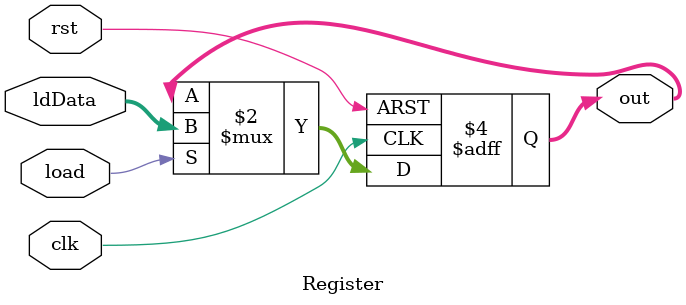
<source format=v>

module Register(load, ldData, clk, rst, out);
    parameter N = 4;

    input load, clk, rst;
    input [N-1:0] ldData;
    output [N-1:0] out;
    reg [N-1:0] out;

    always @(posedge clk or posedge rst) begin
        if (rst)
            out <= 4'b0000;
        else if (load)
            out <= ldData;
    end
endmodule

</source>
